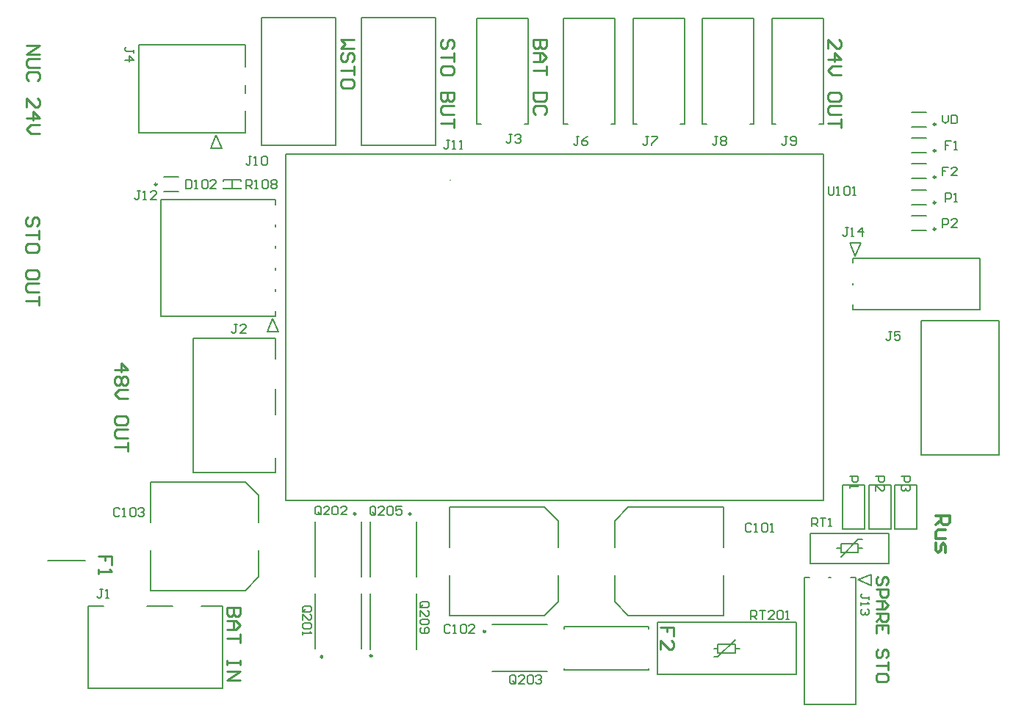
<source format=gto>
G04*
G04 #@! TF.GenerationSoftware,Altium Limited,Altium Designer,24.1.2 (44)*
G04*
G04 Layer_Color=65535*
%FSLAX44Y44*%
%MOMM*%
G71*
G04*
G04 #@! TF.SameCoordinates,2E5B26B1-033E-4B1C-A529-2162076C627E*
G04*
G04*
G04 #@! TF.FilePolarity,Positive*
G04*
G01*
G75*
%ADD10C,0.3000*%
%ADD11C,0.2500*%
%ADD12C,0.2000*%
%ADD13C,0.1270*%
%ADD14C,0.1524*%
%ADD15C,0.2540*%
%ADD16C,0.1778*%
D10*
X409262Y41000D02*
G03*
X409262Y41000I-762J0D01*
G01*
X352257Y39828D02*
G03*
X352257Y39828I-762J0D01*
G01*
X390357Y204745D02*
G03*
X390357Y204745I-762J0D01*
G01*
X539848Y69050D02*
G03*
X539848Y69050I-762J0D01*
G01*
X454007Y204745D02*
G03*
X454007Y204745I-762J0D01*
G01*
X1059640Y202740D02*
X1075635D01*
Y194743D01*
X1072969Y192077D01*
X1067637D01*
X1064972Y194743D01*
Y202740D01*
Y197408D02*
X1059640Y192077D01*
X1070303Y186745D02*
X1062306D01*
X1059640Y184079D01*
Y176082D01*
X1070303D01*
X1059640Y170750D02*
Y162753D01*
X1062306Y160087D01*
X1064972Y162753D01*
Y168085D01*
X1067637Y170750D01*
X1070303Y168085D01*
Y160087D01*
D11*
X1059160Y654050D02*
G03*
X1059160Y654050I-1250J0D01*
G01*
X161450Y585000D02*
G03*
X161450Y585000I-1250J0D01*
G01*
X1059160Y533400D02*
G03*
X1059160Y533400I-1250J0D01*
G01*
Y563880D02*
G03*
X1059160Y563880I-1250J0D01*
G01*
Y593090D02*
G03*
X1059160Y593090I-1250J0D01*
G01*
Y623570D02*
G03*
X1059160Y623570I-1250J0D01*
G01*
D12*
X35650Y151130D02*
X78650D01*
X630800Y72330D02*
Y74680D01*
Y24380D02*
Y26730D01*
Y24380D02*
X728100D01*
Y72330D02*
Y74680D01*
Y24380D02*
Y26730D01*
X630800Y74680D02*
X728100D01*
X960002Y248000D02*
X969998D01*
Y243002D01*
X968332Y241336D01*
X965000D01*
X963334Y243002D01*
Y248000D01*
X960002Y238003D02*
Y234671D01*
Y236337D01*
X969998D01*
X968332Y238003D01*
X990002Y248000D02*
X999998D01*
Y243002D01*
X998332Y241336D01*
X995000D01*
X993334Y243002D01*
Y248000D01*
X990002Y231339D02*
Y238003D01*
X996666Y231339D01*
X998332D01*
X999998Y233005D01*
Y236337D01*
X998332Y238003D01*
X1020002Y248000D02*
X1029998D01*
Y243002D01*
X1028332Y241336D01*
X1025000D01*
X1023334Y243002D01*
Y248000D01*
X1028332Y238003D02*
X1029998Y236337D01*
Y233005D01*
X1028332Y231339D01*
X1026666D01*
X1025000Y233005D01*
Y234671D01*
Y233005D01*
X1023334Y231339D01*
X1021668D01*
X1020002Y233005D01*
Y236337D01*
X1021668Y238003D01*
X1067339Y535002D02*
Y544998D01*
X1072337D01*
X1074003Y543332D01*
Y540000D01*
X1072337Y538334D01*
X1067339D01*
X1084000Y535002D02*
X1077336D01*
X1084000Y541666D01*
Y543332D01*
X1082334Y544998D01*
X1079002D01*
X1077336Y543332D01*
X1070671Y565002D02*
Y574998D01*
X1075669D01*
X1077336Y573332D01*
Y570000D01*
X1075669Y568334D01*
X1070671D01*
X1080668Y565002D02*
X1084000D01*
X1082334D01*
Y574998D01*
X1080668Y573332D01*
X1074003Y604998D02*
X1067339D01*
Y600000D01*
X1070671D01*
X1067339D01*
Y595002D01*
X1084000D02*
X1077336D01*
X1084000Y601666D01*
Y603332D01*
X1082334Y604998D01*
X1079002D01*
X1077336Y603332D01*
X1077336Y634998D02*
X1070671D01*
Y630000D01*
X1074003D01*
X1070671D01*
Y625002D01*
X1080668D02*
X1084000D01*
X1082334D01*
Y634998D01*
X1080668Y633332D01*
X1067339Y664998D02*
Y658334D01*
X1070671Y655002D01*
X1074003Y658334D01*
Y664998D01*
X1077336D02*
Y655002D01*
X1082334D01*
X1084000Y656668D01*
Y663332D01*
X1082334Y664998D01*
X1077336D01*
D13*
X936082Y131600D02*
X938100D01*
X907600Y-15000D02*
Y131600D01*
X913518D01*
X969540Y128500D02*
X984780Y122150D01*
Y134850D01*
X969540Y128500D02*
X984780Y134850D01*
X961500Y131600D02*
X967000D01*
Y-15000D02*
Y131600D01*
X907600Y-15000D02*
X967000D01*
X1110000Y440500D02*
Y499900D01*
X963400D02*
X1110000D01*
X963400Y494400D02*
Y499900D01*
X960150Y517680D02*
X966500Y502440D01*
X960150Y517680D02*
X972850D01*
X966500Y502440D02*
X972850Y517680D01*
X963400Y440500D02*
Y446418D01*
Y440500D02*
X1110000D01*
X963400Y468982D02*
Y471000D01*
D14*
X530300Y654826D02*
Y776401D01*
X589700D01*
Y654826D02*
Y776401D01*
X585000Y654826D02*
X589700D01*
X530300D02*
X535000D01*
X1037700Y186900D02*
Y237700D01*
X1012300D02*
X1037700D01*
X1012300Y186900D02*
Y237700D01*
Y186900D02*
X1037700D01*
X1007700D02*
Y237700D01*
X982300D02*
X1007700D01*
X982300Y186900D02*
Y237700D01*
Y186900D02*
X1007700D01*
X977700D02*
Y237700D01*
X952300D02*
X977700D01*
X952300Y186900D02*
Y237700D01*
Y186900D02*
X977700D01*
X397000Y630000D02*
X483000D01*
Y777000D01*
X82500Y98500D02*
X100000D01*
X82500Y3500D02*
X237500D01*
X82500D02*
Y98500D01*
X237500Y3500D02*
Y98500D01*
X212500D02*
X237500D01*
X150156D02*
X180000D01*
X298500Y384000D02*
Y407500D01*
Y319156D02*
Y349000D01*
X203500Y252500D02*
Y407500D01*
X298500D01*
X203500Y252500D02*
X298500D01*
Y269000D01*
X1132500Y272500D02*
Y427500D01*
X1042500Y272500D02*
X1132500D01*
X1042500Y427500D02*
X1132500D01*
X1042500Y272500D02*
Y427500D01*
X407425Y48763D02*
Y112303D01*
X460965Y48763D02*
Y112303D01*
X915000Y147500D02*
X1005000D01*
X915000D02*
Y182500D01*
X1005000D01*
Y147500D02*
Y182500D01*
X970000Y165000D02*
X975000D01*
X945000D02*
X950000D01*
X970000Y160000D02*
Y170000D01*
X950000D02*
X970000D01*
X950000Y160000D02*
Y170000D01*
Y160000D02*
X970000D01*
X950000Y155000D02*
X970000Y175000D01*
X975000D01*
X738390Y19530D02*
Y79530D01*
Y19530D02*
X898390D01*
X738390Y79530D02*
X898390D01*
X803390Y39530D02*
X808390D01*
X828390Y59530D01*
X808390Y54530D02*
X828390D01*
Y44530D02*
Y54530D01*
X808390Y44530D02*
X828390D01*
X808390D02*
Y54530D01*
X828390Y49530D02*
X833390D01*
X803390D02*
X808390D01*
X898390Y19530D02*
Y79530D01*
X263200Y690315D02*
Y699685D01*
Y644250D02*
Y669685D01*
X140800Y644250D02*
X263200D01*
X140800D02*
Y745750D01*
X263200D01*
Y720315D02*
Y745750D01*
X223650Y626470D02*
X230000Y641710D01*
X223650Y626470D02*
X236350D01*
X230000Y641710D02*
X236350Y626470D01*
X397000Y630000D02*
Y777000D01*
X483000D01*
X295000Y430260D02*
X301350Y415020D01*
X288650D02*
X301350D01*
X288650D02*
X295000Y430260D01*
X298100Y561282D02*
Y567200D01*
X166200D02*
X298100D01*
X166200Y432800D02*
Y567200D01*
Y432800D02*
X298100D01*
Y438300D01*
Y461700D02*
Y463718D01*
Y486282D02*
Y488718D01*
Y511282D02*
Y513718D01*
Y536282D02*
Y538718D01*
X790301Y654826D02*
X795001D01*
X845000D02*
X849700D01*
Y776401D01*
X790301D02*
X849700D01*
X790301Y654826D02*
Y776401D01*
X870301Y654826D02*
Y776401D01*
X929700D01*
Y654826D02*
Y776401D01*
X925000Y654826D02*
X929700D01*
X870301D02*
X875001D01*
X1031500Y651500D02*
X1048500D01*
X1031500Y668500D02*
X1048500D01*
X310000Y220000D02*
X930000D01*
X310000D02*
Y620000D01*
X930000D01*
Y220000D02*
Y620000D01*
X154120Y116500D02*
X263495D01*
X154120Y241500D02*
X263495D01*
Y116500D02*
X279120Y132125D01*
X263495Y241500D02*
X279120Y225875D01*
X154120Y116500D02*
Y163000D01*
Y195000D02*
Y241500D01*
X279120Y132125D02*
Y163000D01*
Y195000D02*
Y225875D01*
X630300Y654826D02*
X635000D01*
X685000D02*
X689700D01*
Y776401D01*
X630300D02*
X689700D01*
X630300Y654826D02*
Y776401D01*
X710301Y654826D02*
X715000D01*
X765000D02*
X769700D01*
Y776401D01*
X710301D02*
X769700D01*
X710301Y654826D02*
Y776401D01*
X704965Y212360D02*
X814340D01*
X704965Y87360D02*
X814340D01*
X689340Y196735D02*
X704965Y212360D01*
X689340Y102985D02*
X704965Y87360D01*
X814340Y165860D02*
Y212360D01*
Y87360D02*
Y133860D01*
X689340Y165860D02*
Y196735D01*
Y102985D02*
Y133860D01*
X498840Y87360D02*
X608215D01*
X498840Y212360D02*
X608215D01*
Y87360D02*
X623840Y102985D01*
X608215Y212360D02*
X623840Y196735D01*
X498840Y87360D02*
Y133860D01*
Y165860D02*
Y212360D01*
X623840Y102985D02*
Y133860D01*
Y165860D02*
Y196735D01*
X169700Y576500D02*
X186700D01*
X169700Y593500D02*
X186700D01*
X1031500Y548500D02*
X1048500D01*
X1031500Y531500D02*
X1048500D01*
X1031500Y578500D02*
X1048500D01*
X1031500Y561500D02*
X1048500D01*
X1031500Y608500D02*
X1048500D01*
X1031500Y591500D02*
X1048500D01*
X1031500Y638500D02*
X1048500D01*
X1031500Y621500D02*
X1048500D01*
X397315Y48972D02*
Y112512D01*
X343775Y48972D02*
Y112512D01*
X397315Y132061D02*
Y195601D01*
X343775Y132061D02*
Y195601D01*
X548230Y23230D02*
X611770D01*
X548230Y76770D02*
X611770D01*
X407425Y132061D02*
Y195601D01*
X460965Y132061D02*
Y195601D01*
X238386Y580000D02*
Y581190D01*
Y580000D02*
X258706D01*
Y581190D01*
Y588810D02*
Y590000D01*
X238386D02*
X258706D01*
X238386Y588810D02*
Y590000D01*
X248547Y579920D02*
Y590080D01*
X282000Y630000D02*
X368000D01*
Y777000D01*
X282000D02*
X368000D01*
X282000Y630000D02*
Y777000D01*
X500000Y590000D02*
X500000D01*
D15*
X934720Y741683D02*
Y751840D01*
X944877Y741683D01*
X947416D01*
X949955Y744222D01*
Y749301D01*
X947416Y751840D01*
X934720Y728987D02*
X949955D01*
X942338Y736605D01*
Y726448D01*
X949955Y721370D02*
X939798D01*
X934720Y716292D01*
X939798Y711213D01*
X949955D01*
Y683282D02*
Y688361D01*
X947416Y690900D01*
X937259D01*
X934720Y688361D01*
Y683282D01*
X937259Y680743D01*
X947416D01*
X949955Y683282D01*
Y675665D02*
X937259D01*
X934720Y673125D01*
Y668047D01*
X937259Y665508D01*
X949955D01*
Y660430D02*
Y650273D01*
Y655351D01*
X934720D01*
X501646Y741683D02*
X504185Y744222D01*
Y749301D01*
X501646Y751840D01*
X499107D01*
X496568Y749301D01*
Y744222D01*
X494028Y741683D01*
X491489D01*
X488950Y744222D01*
Y749301D01*
X491489Y751840D01*
X504185Y736605D02*
Y726448D01*
Y731527D01*
X488950D01*
X504185Y713752D02*
Y718831D01*
X501646Y721370D01*
X491489D01*
X488950Y718831D01*
Y713752D01*
X491489Y711213D01*
X501646D01*
X504185Y713752D01*
Y690900D02*
X488950D01*
Y683282D01*
X491489Y680743D01*
X494028D01*
X496568Y683282D01*
Y690900D01*
Y683282D01*
X499107Y680743D01*
X501646D01*
X504185Y683282D01*
Y690900D01*
Y675665D02*
X491489D01*
X488950Y673125D01*
Y668047D01*
X491489Y665508D01*
X504185D01*
Y660430D02*
Y650273D01*
Y655351D01*
X488950D01*
X610865Y751840D02*
X595630D01*
Y744222D01*
X598169Y741683D01*
X600708D01*
X603247Y744222D01*
Y751840D01*
Y744222D01*
X605787Y741683D01*
X608326D01*
X610865Y744222D01*
Y751840D01*
X595630Y736605D02*
X605787D01*
X610865Y731527D01*
X605787Y726448D01*
X595630D01*
X603247D01*
Y736605D01*
X610865Y721370D02*
Y711213D01*
Y716292D01*
X595630D01*
X610865Y690900D02*
X595630D01*
Y683282D01*
X598169Y680743D01*
X608326D01*
X610865Y683282D01*
Y690900D01*
X608326Y665508D02*
X610865Y668047D01*
Y673126D01*
X608326Y675665D01*
X598169D01*
X595630Y673126D01*
Y668047D01*
X598169Y665508D01*
X1002103Y122750D02*
X1004436Y125082D01*
Y129747D01*
X1002103Y132080D01*
X999770D01*
X997438Y129747D01*
Y125082D01*
X995105Y122750D01*
X992773D01*
X990440Y125082D01*
Y129747D01*
X992773Y132080D01*
X990440Y118084D02*
X1004436D01*
Y111087D01*
X1002103Y108754D01*
X997438D01*
X995105Y111087D01*
Y118084D01*
X990440Y104089D02*
X999770D01*
X1004436Y99424D01*
X999770Y94759D01*
X990440D01*
X997438D01*
Y104089D01*
X990440Y90094D02*
X1004436D01*
Y83096D01*
X1002103Y80763D01*
X997438D01*
X995105Y83096D01*
Y90094D01*
Y85428D02*
X990440Y80763D01*
X1004436Y66768D02*
Y76098D01*
X990440D01*
Y66768D01*
X997438Y76098D02*
Y71433D01*
X1002103Y38777D02*
X1004436Y41109D01*
Y45775D01*
X1002103Y48107D01*
X999770D01*
X997438Y45775D01*
Y41109D01*
X995105Y38777D01*
X992773D01*
X990440Y41109D01*
Y45775D01*
X992773Y48107D01*
X1004436Y34112D02*
Y24781D01*
Y29446D01*
X990440D01*
X1004436Y13118D02*
Y17784D01*
X1002103Y20116D01*
X992773D01*
X990440Y17784D01*
Y13118D01*
X992773Y10786D01*
X1002103D01*
X1004436Y13118D01*
X22861Y537213D02*
X25400Y539753D01*
Y544831D01*
X22861Y547370D01*
X20322D01*
X17782Y544831D01*
Y539753D01*
X15243Y537213D01*
X12704D01*
X10165Y539753D01*
Y544831D01*
X12704Y547370D01*
X25400Y532135D02*
Y521978D01*
Y527057D01*
X10165D01*
X25400Y509282D02*
Y514361D01*
X22861Y516900D01*
X12704D01*
X10165Y514361D01*
Y509282D01*
X12704Y506743D01*
X22861D01*
X25400Y509282D01*
Y478812D02*
Y483890D01*
X22861Y486430D01*
X12704D01*
X10165Y483890D01*
Y478812D01*
X12704Y476273D01*
X22861D01*
X25400Y478812D01*
Y471195D02*
X12704D01*
X10165Y468656D01*
Y463577D01*
X12704Y461038D01*
X25400D01*
Y455960D02*
Y445803D01*
Y450881D01*
X10165D01*
X113035Y370843D02*
X128270D01*
X120653Y378460D01*
Y368303D01*
X125731Y363225D02*
X128270Y360686D01*
Y355607D01*
X125731Y353068D01*
X123192D01*
X120653Y355607D01*
X118113Y353068D01*
X115574D01*
X113035Y355607D01*
Y360686D01*
X115574Y363225D01*
X118113D01*
X120653Y360686D01*
X123192Y363225D01*
X125731D01*
X120653Y360686D02*
Y355607D01*
X128270Y347990D02*
X118113D01*
X113035Y342911D01*
X118113Y337833D01*
X128270D01*
Y309902D02*
Y314981D01*
X125731Y317520D01*
X115574D01*
X113035Y314981D01*
Y309902D01*
X115574Y307363D01*
X125731D01*
X128270Y309902D01*
Y302285D02*
X115574D01*
X113035Y299746D01*
Y294667D01*
X115574Y292128D01*
X128270D01*
Y287050D02*
Y276893D01*
Y281971D01*
X113035D01*
X388615Y751822D02*
X373380D01*
X378458Y746744D01*
X373380Y741665D01*
X388615D01*
X386076Y726430D02*
X388615Y728969D01*
Y734048D01*
X386076Y736587D01*
X383537D01*
X380998Y734048D01*
Y728969D01*
X378458Y726430D01*
X375919D01*
X373380Y728969D01*
Y734048D01*
X375919Y736587D01*
X388615Y721352D02*
Y711195D01*
Y716273D01*
X373380D01*
X388615Y698499D02*
Y703577D01*
X386076Y706117D01*
X375919D01*
X373380Y703577D01*
Y698499D01*
X375919Y695960D01*
X386076D01*
X388615Y698499D01*
X11435Y745490D02*
X26670D01*
X11435Y735333D01*
X26670D01*
Y730255D02*
X13974D01*
X11435Y727716D01*
Y722637D01*
X13974Y720098D01*
X26670D01*
X24131Y704863D02*
X26670Y707402D01*
Y712481D01*
X24131Y715020D01*
X13974D01*
X11435Y712481D01*
Y707402D01*
X13974Y704863D01*
X11435Y674393D02*
Y684550D01*
X21592Y674393D01*
X24131D01*
X26670Y676932D01*
Y682010D01*
X24131Y684550D01*
X11435Y661697D02*
X26670D01*
X19052Y669315D01*
Y659158D01*
X26670Y654080D02*
X16513D01*
X11435Y649001D01*
X16513Y643923D01*
X26670D01*
X257775Y96333D02*
X242540D01*
Y88715D01*
X245079Y86176D01*
X247618D01*
X250158Y88715D01*
Y96333D01*
Y88715D01*
X252697Y86176D01*
X255236D01*
X257775Y88715D01*
Y96333D01*
X242540Y81098D02*
X252697D01*
X257775Y76020D01*
X252697Y70941D01*
X242540D01*
X250158D01*
Y81098D01*
X257775Y65863D02*
Y55706D01*
Y60784D01*
X242540D01*
X257775Y35393D02*
Y30314D01*
Y32853D01*
X242540D01*
Y35393D01*
Y30314D01*
Y22697D02*
X257775D01*
X242540Y12540D01*
X257775D01*
X757296Y63884D02*
Y74041D01*
X749678D01*
Y68963D01*
Y74041D01*
X742061D01*
Y48649D02*
Y58806D01*
X752218Y48649D01*
X754757D01*
X757296Y51188D01*
Y56267D01*
X754757Y58806D01*
X109218Y146050D02*
Y156207D01*
X101600D01*
Y151128D01*
Y156207D01*
X93982D01*
Y140972D02*
Y135893D01*
Y138432D01*
X109218D01*
X106678Y140972D01*
D16*
X846480Y83432D02*
Y93428D01*
X851479D01*
X853145Y91762D01*
Y88430D01*
X851479Y86764D01*
X846480D01*
X849813D02*
X853145Y83432D01*
X856477Y93428D02*
X863142D01*
X859809D01*
Y83432D01*
X873138D02*
X866474D01*
X873138Y90096D01*
Y91762D01*
X871472Y93428D01*
X868140D01*
X866474Y91762D01*
X876471D02*
X878137Y93428D01*
X881469D01*
X883135Y91762D01*
Y85098D01*
X881469Y83432D01*
X878137D01*
X876471Y85098D01*
Y91762D01*
X886467Y83432D02*
X889800D01*
X888133D01*
Y93428D01*
X886467Y91762D01*
X466568Y96753D02*
X473232D01*
X474898Y98419D01*
Y101751D01*
X473232Y103417D01*
X466568D01*
X464902Y101751D01*
Y98419D01*
X468234Y100085D02*
X464902Y96753D01*
Y98419D02*
X466568Y96753D01*
X464902Y86756D02*
Y93421D01*
X471566Y86756D01*
X473232D01*
X474898Y88422D01*
Y91755D01*
X473232Y93421D01*
Y83424D02*
X474898Y81758D01*
Y78425D01*
X473232Y76759D01*
X466568D01*
X464902Y78425D01*
Y81758D01*
X466568Y83424D01*
X473232D01*
X466568Y73427D02*
X464902Y71761D01*
Y68429D01*
X466568Y66763D01*
X473232D01*
X474898Y68429D01*
Y71761D01*
X473232Y73427D01*
X471566D01*
X469900Y71761D01*
Y66763D01*
X958325Y535193D02*
X954992D01*
X956658D01*
Y526862D01*
X954992Y525196D01*
X953326D01*
X951660Y526862D01*
X961657Y525196D02*
X964989D01*
X963323D01*
Y535193D01*
X961657Y533527D01*
X974986Y525196D02*
Y535193D01*
X969987Y530194D01*
X976652D01*
X134998Y736666D02*
Y739998D01*
Y738332D01*
X126668D01*
X125002Y739998D01*
Y741665D01*
X126668Y743331D01*
X125002Y728335D02*
X134998D01*
X130000Y733334D01*
Y726669D01*
X982738Y106161D02*
Y109494D01*
Y107828D01*
X974408D01*
X972742Y109494D01*
Y111160D01*
X974408Y112826D01*
X972742Y102829D02*
Y99497D01*
Y101163D01*
X982738D01*
X981072Y102829D01*
Y94499D02*
X982738Y92832D01*
Y89500D01*
X981072Y87834D01*
X979406D01*
X977740Y89500D01*
Y91166D01*
Y89500D01*
X976074Y87834D01*
X974408D01*
X972742Y89500D01*
Y92832D01*
X974408Y94499D01*
X142759Y577768D02*
X139426D01*
X141092D01*
Y569438D01*
X139426Y567772D01*
X137760D01*
X136094Y569438D01*
X146091Y567772D02*
X149423D01*
X147757D01*
Y577768D01*
X146091Y576102D01*
X161086Y567772D02*
X154421D01*
X161086Y574436D01*
Y576102D01*
X159420Y577768D01*
X156088D01*
X154421Y576102D01*
X498755Y636188D02*
X495423D01*
X497089D01*
Y627858D01*
X495423Y626192D01*
X493756D01*
X492090Y627858D01*
X502087Y626192D02*
X505419D01*
X503753D01*
Y636188D01*
X502087Y634522D01*
X510418Y626192D02*
X513750D01*
X512084D01*
Y636188D01*
X510418Y634522D01*
X270725Y617138D02*
X267392D01*
X269058D01*
Y608808D01*
X267392Y607142D01*
X265726D01*
X264060Y608808D01*
X274057Y607142D02*
X277389D01*
X275723D01*
Y617138D01*
X274057Y615472D01*
X282388D02*
X284054Y617138D01*
X287386D01*
X289052Y615472D01*
Y608808D01*
X287386Y607142D01*
X284054D01*
X282388Y608808D01*
Y615472D01*
X935454Y582498D02*
Y574168D01*
X937120Y572502D01*
X940452D01*
X942119Y574168D01*
Y582498D01*
X945451Y572502D02*
X948783D01*
X947117D01*
Y582498D01*
X945451Y580832D01*
X953781D02*
X955447Y582498D01*
X958780D01*
X960446Y580832D01*
Y574168D01*
X958780Y572502D01*
X955447D01*
X953781Y574168D01*
Y580832D01*
X963778Y572502D02*
X967110D01*
X965444D01*
Y582498D01*
X963778Y580832D01*
X916100Y190170D02*
Y200167D01*
X921098D01*
X922765Y198501D01*
Y195168D01*
X921098Y193502D01*
X916100D01*
X919432D02*
X922765Y190170D01*
X926097Y200167D02*
X932761D01*
X929429D01*
Y190170D01*
X936094D02*
X939426D01*
X937760D01*
Y200167D01*
X936094Y198501D01*
X264718Y580002D02*
Y589998D01*
X269716D01*
X271383Y588332D01*
Y585000D01*
X269716Y583334D01*
X264718D01*
X268050D02*
X271383Y580002D01*
X274715D02*
X278047D01*
X276381D01*
Y589998D01*
X274715Y588332D01*
X283045D02*
X284711Y589998D01*
X288044D01*
X289710Y588332D01*
Y581668D01*
X288044Y580002D01*
X284711D01*
X283045Y581668D01*
Y588332D01*
X293042D02*
X294708Y589998D01*
X298041D01*
X299707Y588332D01*
Y586666D01*
X298041Y585000D01*
X299707Y583334D01*
Y581668D01*
X298041Y580002D01*
X294708D01*
X293042Y581668D01*
Y583334D01*
X294708Y585000D01*
X293042Y586666D01*
Y588332D01*
X294708Y585000D02*
X298041D01*
X413787Y204948D02*
Y211612D01*
X412121Y213278D01*
X408789D01*
X407123Y211612D01*
Y204948D01*
X408789Y203282D01*
X412121D01*
X410455Y206614D02*
X413787Y203282D01*
X412121D02*
X413787Y204948D01*
X423784Y203282D02*
X417119D01*
X423784Y209946D01*
Y211612D01*
X422118Y213278D01*
X418786D01*
X417119Y211612D01*
X427116D02*
X428782Y213278D01*
X432114D01*
X433781Y211612D01*
Y204948D01*
X432114Y203282D01*
X428782D01*
X427116Y204948D01*
Y211612D01*
X443777Y213278D02*
X437113D01*
Y208280D01*
X440445Y209946D01*
X442111D01*
X443777Y208280D01*
Y204948D01*
X442111Y203282D01*
X438779D01*
X437113Y204948D01*
X575077Y10638D02*
Y17302D01*
X573411Y18968D01*
X570079D01*
X568413Y17302D01*
Y10638D01*
X570079Y8972D01*
X573411D01*
X571745Y12304D02*
X575077Y8972D01*
X573411D02*
X575077Y10638D01*
X585074Y8972D02*
X578409D01*
X585074Y15636D01*
Y17302D01*
X583408Y18968D01*
X580075D01*
X578409Y17302D01*
X588406D02*
X590072Y18968D01*
X593405D01*
X595071Y17302D01*
Y10638D01*
X593405Y8972D01*
X590072D01*
X588406Y10638D01*
Y17302D01*
X598403D02*
X600069Y18968D01*
X603401D01*
X605067Y17302D01*
Y15636D01*
X603401Y13970D01*
X601735D01*
X603401D01*
X605067Y12304D01*
Y10638D01*
X603401Y8972D01*
X600069D01*
X598403Y10638D01*
X350502Y205374D02*
Y212039D01*
X348836Y213705D01*
X345503D01*
X343837Y212039D01*
Y205374D01*
X345503Y203708D01*
X348836D01*
X347169Y207040D02*
X350502Y203708D01*
X348836D02*
X350502Y205374D01*
X360499Y203708D02*
X353834D01*
X360499Y210373D01*
Y212039D01*
X358832Y213705D01*
X355500D01*
X353834Y212039D01*
X363831D02*
X365497Y213705D01*
X368829D01*
X370495Y212039D01*
Y205374D01*
X368829Y203708D01*
X365497D01*
X363831Y205374D01*
Y212039D01*
X380492Y203708D02*
X373828D01*
X380492Y210373D01*
Y212039D01*
X378826Y213705D01*
X375494D01*
X373828Y212039D01*
X331104Y91936D02*
X337769D01*
X339435Y93602D01*
Y96934D01*
X337769Y98601D01*
X331104D01*
X329438Y96934D01*
Y93602D01*
X332770Y95268D02*
X329438Y91936D01*
Y93602D02*
X331104Y91936D01*
X329438Y81939D02*
Y88604D01*
X336102Y81939D01*
X337769D01*
X339435Y83605D01*
Y86938D01*
X337769Y88604D01*
Y78607D02*
X339435Y76941D01*
Y73609D01*
X337769Y71943D01*
X331104D01*
X329438Y73609D01*
Y76941D01*
X331104Y78607D01*
X337769D01*
X329438Y68610D02*
Y65278D01*
Y66944D01*
X339435D01*
X337769Y68610D01*
X888334Y639998D02*
X885002D01*
X886668D01*
Y631668D01*
X885002Y630002D01*
X883335D01*
X881669Y631668D01*
X891666D02*
X893332Y630002D01*
X896665D01*
X898331Y631668D01*
Y638332D01*
X896665Y639998D01*
X893332D01*
X891666Y638332D01*
Y636666D01*
X893332Y635000D01*
X898331D01*
X195006Y589998D02*
Y580002D01*
X200004D01*
X201670Y581668D01*
Y588332D01*
X200004Y589998D01*
X195006D01*
X205002Y580002D02*
X208335D01*
X206669D01*
Y589998D01*
X205002Y588332D01*
X213333D02*
X214999Y589998D01*
X218331D01*
X219998Y588332D01*
Y581668D01*
X218331Y580002D01*
X214999D01*
X213333Y581668D01*
Y588332D01*
X229994Y580002D02*
X223330D01*
X229994Y586666D01*
Y588332D01*
X228328Y589998D01*
X224996D01*
X223330Y588332D01*
X118710Y210342D02*
X117044Y212008D01*
X113712D01*
X112046Y210342D01*
Y203678D01*
X113712Y202012D01*
X117044D01*
X118710Y203678D01*
X122043Y202012D02*
X125375D01*
X123709D01*
Y212008D01*
X122043Y210342D01*
X130373D02*
X132039Y212008D01*
X135371D01*
X137038Y210342D01*
Y203678D01*
X135371Y202012D01*
X132039D01*
X130373Y203678D01*
Y210342D01*
X140370D02*
X142036Y212008D01*
X145368D01*
X147034Y210342D01*
Y208676D01*
X145368Y207010D01*
X143702D01*
X145368D01*
X147034Y205344D01*
Y203678D01*
X145368Y202012D01*
X142036D01*
X140370Y203678D01*
X499710Y75722D02*
X498044Y77388D01*
X494712D01*
X493046Y75722D01*
Y69058D01*
X494712Y67392D01*
X498044D01*
X499710Y69058D01*
X503042Y67392D02*
X506375D01*
X504709D01*
Y77388D01*
X503042Y75722D01*
X511373D02*
X513039Y77388D01*
X516371D01*
X518038Y75722D01*
Y69058D01*
X516371Y67392D01*
X513039D01*
X511373Y69058D01*
Y75722D01*
X528034Y67392D02*
X521370D01*
X528034Y74056D01*
Y75722D01*
X526368Y77388D01*
X523036D01*
X521370Y75722D01*
X847066Y192422D02*
X845400Y194088D01*
X842068D01*
X840402Y192422D01*
Y185758D01*
X842068Y184092D01*
X845400D01*
X847066Y185758D01*
X850398Y184092D02*
X853731D01*
X852065D01*
Y194088D01*
X850398Y192422D01*
X858729D02*
X860395Y194088D01*
X863727D01*
X865394Y192422D01*
Y185758D01*
X863727Y184092D01*
X860395D01*
X858729Y185758D01*
Y192422D01*
X868726Y184092D02*
X872058D01*
X870392D01*
Y194088D01*
X868726Y192422D01*
X1008334Y414998D02*
X1005002D01*
X1006668D01*
Y406668D01*
X1005002Y405002D01*
X1003335D01*
X1001669Y406668D01*
X1018331Y414998D02*
X1011666D01*
Y410000D01*
X1014998Y411666D01*
X1016665D01*
X1018331Y410000D01*
Y406668D01*
X1016665Y405002D01*
X1013332D01*
X1011666Y406668D01*
X254135Y423326D02*
X250803D01*
X252469D01*
Y414995D01*
X250803Y413329D01*
X249137D01*
X247470Y414995D01*
X264132Y413329D02*
X257467D01*
X264132Y419994D01*
Y421660D01*
X262465Y423326D01*
X259133D01*
X257467Y421660D01*
X99060Y118028D02*
X95728D01*
X97394D01*
Y109698D01*
X95728Y108032D01*
X94062D01*
X92395Y109698D01*
X102392Y108032D02*
X105724D01*
X104058D01*
Y118028D01*
X102392Y116362D01*
X808334Y639998D02*
X805002D01*
X806668D01*
Y631668D01*
X805002Y630002D01*
X803335D01*
X801669Y631668D01*
X811666Y638332D02*
X813332Y639998D01*
X816665D01*
X818331Y638332D01*
Y636666D01*
X816665Y635000D01*
X818331Y633334D01*
Y631668D01*
X816665Y630002D01*
X813332D01*
X811666Y631668D01*
Y633334D01*
X813332Y635000D01*
X811666Y636666D01*
Y638332D01*
X813332Y635000D02*
X816665D01*
X728334Y639998D02*
X725002D01*
X726668D01*
Y631668D01*
X725002Y630002D01*
X723335D01*
X721669Y631668D01*
X731666Y639998D02*
X738331D01*
Y638332D01*
X731666Y631668D01*
Y630002D01*
X571104Y642538D02*
X567772D01*
X569438D01*
Y634208D01*
X567772Y632542D01*
X566105D01*
X564439Y634208D01*
X574436Y640872D02*
X576102Y642538D01*
X579435D01*
X581101Y640872D01*
Y639206D01*
X579435Y637540D01*
X577768D01*
X579435D01*
X581101Y635874D01*
Y634208D01*
X579435Y632542D01*
X576102D01*
X574436Y634208D01*
X648334Y639998D02*
X645002D01*
X646668D01*
Y631668D01*
X645002Y630002D01*
X643335D01*
X641669Y631668D01*
X658331Y639998D02*
X654998Y638332D01*
X651666Y635000D01*
Y631668D01*
X653332Y630002D01*
X656665D01*
X658331Y631668D01*
Y633334D01*
X656665Y635000D01*
X651666D01*
M02*

</source>
